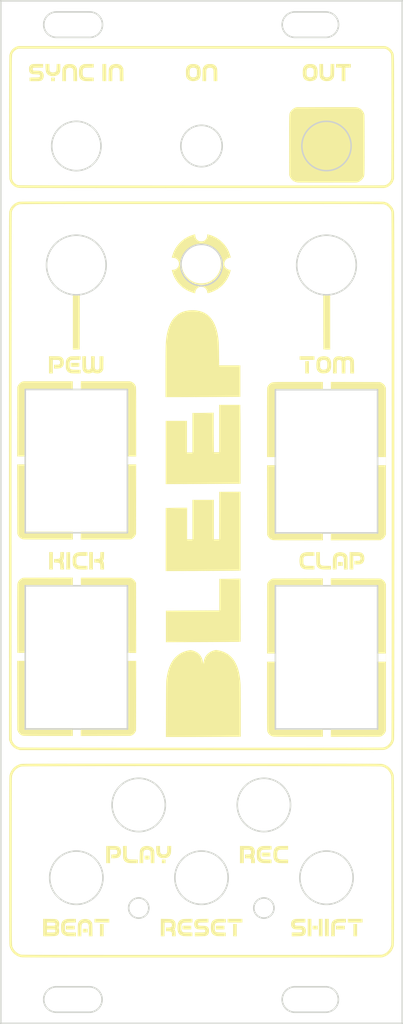
<source format=kicad_pcb>
(kicad_pcb (version 20211014) (generator pcbnew)
  (layers (0 "F.Cu" signal) (31 "B.Cu" signal) (34 "B.Paste" user) (35 "F.Paste" user) (36 "B.SilkS" user "B.Silkscreen") (37 "F.SilkS" user "F.Silkscreen") (38 "B.Mask" user) (39 "F.Mask" user) (44 "Edge.Cuts" user))
  (net 0 "")
  (footprint "Bleep Front Panel:Bleep" (layer "F.Cu") (at 102.95 106.01)
    (fp_text reference "G***" hide)
    (fp_text value "LOGO" hide)
  )
  (gr_line (start 80.775 134.58) (end 80.775 116.58) (layer "Edge.Cuts") (width 0.2))
  (gr_arc (start 118.589515 44.4724) (mid 120.1895 46.0724) (end 118.589515 47.6724) (layer "Edge.Cuts") (width 0.2))
  (gr_arc (start 88.894285 44.4724) (mid 90.494285 46.0724) (end 88.894285 47.6724) (layer "Edge.Cuts") (width 0.2))
  (gr_arc (start 88.838809 166.9724) (mid 90.43881 168.5724) (end 88.838809 170.1724) (layer "Edge.Cuts") (width 0.2))
  (gr_arc (start 114.698 170.1724) (mid 113.098 168.5724) (end 114.698 166.9724) (layer "Edge.Cuts") (width 0.2))
  (gr_line (start 80.775 91.917) (end 93.625 91.917) (layer "Edge.Cuts") (width 0.2))
  (gr_line (start 128.198 171.5724) (end 77.698 171.5724) (layer "Edge.Cuts") (width 0.2))
  (gr_circle (center 87.2 153.266) (end 90.55 153.266) (layer "Edge.Cuts") (width 0.2) (fill none))
  (gr_circle (center 102.948 61.318) (end 105.548 61.318) (layer "Edge.Cuts") (width 0.2) (fill none))
  (gr_line (start 77.698 43.0724) (end 128.198 43.0724) (layer "Edge.Cuts") (width 0.2))
  (gr_line (start 88.894285 44.4724) (end 84.698 44.4724) (layer "Edge.Cuts") (width 0.2))
  (gr_line (start 80.775 109.917) (end 80.775 91.917) (layer "Edge.Cuts") (width 0.2))
  (gr_arc (start 84.698 170.1724) (mid 83.098 168.5724) (end 84.698 166.9724) (layer "Edge.Cuts") (width 0.2))
  (gr_line (start 80.775 116.58) (end 93.625 116.58) (layer "Edge.Cuts") (width 0.2))
  (gr_circle (center 118.6706 153.266) (end 122.0206 153.266) (layer "Edge.Cuts") (width 0.2) (fill none))
  (gr_circle (center 102.948 153.266) (end 106.298 153.266) (layer "Edge.Cuts") (width 0.2) (fill none))
  (gr_circle (center 87.2 61.318) (end 90.3 61.318) (layer "Edge.Cuts") (width 0.2) (fill none))
  (gr_line (start 84.698 170.1724) (end 88.838809 170.1724) (layer "Edge.Cuts") (width 0.2))
  (gr_arc (start 114.698 47.6724) (mid 113.098 46.0724) (end 114.698 44.4724) (layer "Edge.Cuts") (width 0.2))
  (gr_arc (start 84.698 47.6724) (mid 83.098 46.0724) (end 84.698 44.4724) (layer "Edge.Cuts") (width 0.2))
  (gr_circle (center 118.6706 76.2786) (end 122.4206 76.2786) (layer "Edge.Cuts") (width 0.2) (fill none))
  (gr_line (start 112.2456 116.58) (end 125.0956 116.58) (layer "Edge.Cuts") (width 0.2))
  (gr_line (start 112.2456 134.58) (end 112.2456 116.58) (layer "Edge.Cuts") (width 0.2))
  (gr_circle (center 118.6706 61.318) (end 121.7706 61.318) (layer "Edge.Cuts") (width 0.2) (fill none))
  (gr_arc (start 118.569716 166.9724) (mid 120.1697 168.5724) (end 118.569716 170.1724) (layer "Edge.Cuts") (width 0.2))
  (gr_line (start 125.0956 109.942) (end 112.2456 109.942) (layer "Edge.Cuts") (width 0.2))
  (gr_line (start 114.698 170.1724) (end 118.569716 170.1724) (layer "Edge.Cuts") (width 0.2))
  (gr_line (start 118.569716 166.9724) (end 114.698 166.9724) (layer "Edge.Cuts") (width 0.2))
  (gr_line (start 125.0956 91.942) (end 125.0956 109.942) (layer "Edge.Cuts") (width 0.2))
  (gr_circle (center 102.948 76.2786) (end 105.548 76.2786) (layer "Edge.Cuts") (width 0.2) (fill none))
  (gr_circle (center 95.0486 157.076) (end 96.3186 157.076) (layer "Edge.Cuts") (width 0.2) (fill none))
  (gr_line (start 112.2456 91.942) (end 125.0956 91.942) (layer "Edge.Cuts") (width 0.2))
  (gr_line (start 128.198 43.0724) (end 128.198 171.5724) (layer "Edge.Cuts") (width 0.2))
  (gr_line (start 118.589515 44.4724) (end 114.698 44.4724) (layer "Edge.Cuts") (width 0.2))
  (gr_line (start 93.625 116.58) (end 93.625 134.58) (layer "Edge.Cuts") (width 0.2))
  (gr_line (start 125.0956 116.58) (end 125.0956 134.58) (layer "Edge.Cuts") (width 0.2))
  (gr_circle (center 87.2 76.2786) (end 90.95 76.2786) (layer "Edge.Cuts") (width 0.2) (fill none))
  (gr_circle (center 95.0486 144.122) (end 98.3986 144.122) (layer "Edge.Cuts") (width 0.2) (fill none))
  (gr_line (start 93.625 109.917) (end 80.775 109.917) (layer "Edge.Cuts") (width 0.2))
  (gr_line (start 93.625 91.917) (end 93.625 109.917) (layer "Edge.Cuts") (width 0.2))
  (gr_line (start 88.838809 166.9724) (end 84.698 166.9724) (layer "Edge.Cuts") (width 0.2))
  (gr_line (start 77.698 171.5724) (end 77.698 43.0724) (layer "Edge.Cuts") (width 0.2))
  (gr_line (start 84.698 47.6724) (end 88.894285 47.6724) (layer "Edge.Cuts") (width 0.2))
  (gr_circle (center 110.7966 157.076) (end 112.0666 157.076) (layer "Edge.Cuts") (width 0.2) (fill none))
  (gr_circle (center 110.7966 144.122) (end 114.1466 144.122) (layer "Edge.Cuts") (width 0.2) (fill none))
  (gr_line (start 112.2456 109.942) (end 112.2456 91.942) (layer "Edge.Cuts") (width 0.2))
  (gr_line (start 114.698 47.6724) (end 118.589515 47.6724) (layer "Edge.Cuts") (width 0.2))
  (gr_line (start 125.0956 134.58) (end 112.2456 134.58) (layer "Edge.Cuts") (width 0.2))
  (gr_line (start 93.625 134.58) (end 80.775 134.58) (layer "Edge.Cuts") (width 0.2))
)
</source>
